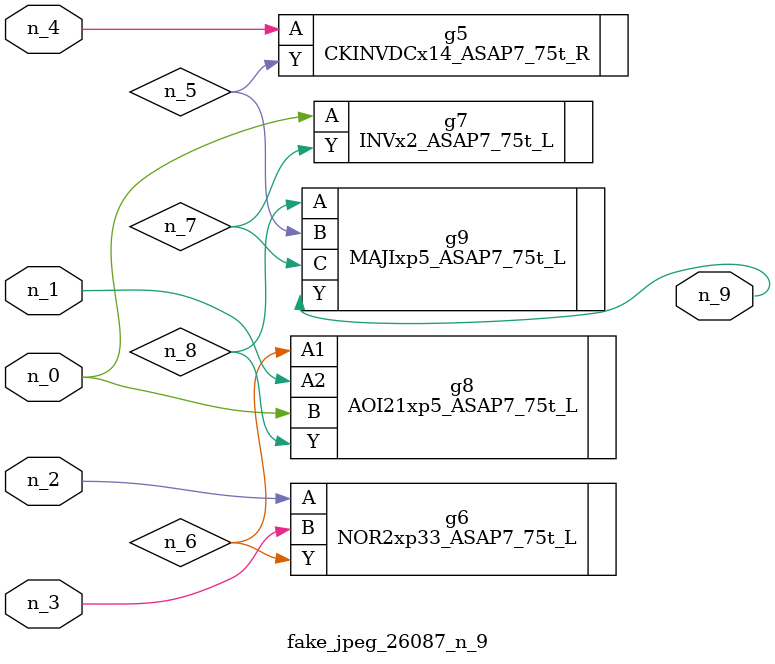
<source format=v>
module fake_jpeg_26087_n_9 (n_3, n_2, n_1, n_0, n_4, n_9);

input n_3;
input n_2;
input n_1;
input n_0;
input n_4;

output n_9;

wire n_8;
wire n_6;
wire n_5;
wire n_7;

CKINVDCx14_ASAP7_75t_R g5 ( 
.A(n_4),
.Y(n_5)
);

NOR2xp33_ASAP7_75t_L g6 ( 
.A(n_2),
.B(n_3),
.Y(n_6)
);

INVx2_ASAP7_75t_L g7 ( 
.A(n_0),
.Y(n_7)
);

AOI21xp5_ASAP7_75t_L g8 ( 
.A1(n_6),
.A2(n_1),
.B(n_0),
.Y(n_8)
);

MAJIxp5_ASAP7_75t_L g9 ( 
.A(n_8),
.B(n_5),
.C(n_7),
.Y(n_9)
);


endmodule
</source>
